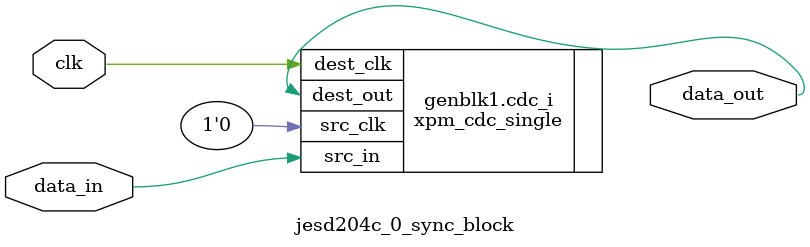
<source format=v>




`timescale 1ps / 1ps

//(* dont_touch = "yes" *)
module jesd204c_0_sync_block #(
  parameter TYPE_RST_NOT_DATA = 1'b0,   //Set to 0 for data synchronization and 1 for reset synchronization
  parameter RST_ACTIVE_HIGH   = 1'b1    //Set to 0 for active low reset, set to 1 for active high reset
)
(
  input        clk,              // clock to be sync'ed to
  input        data_in,          // Data to be 'synced'
  output       data_out          // synced data
);

  generate
  if (TYPE_RST_NOT_DATA == 0)
  begin
    xpm_cdc_single #(
      .DEST_SYNC_FF  (4), // Number of registers in the destination clock domain to account for MTBF
      .SRC_INPUT_REG (0)  // Determines whether there is an input register in src_clk domain.
                          // SRC_INPUT_REG = 0, input register is not present
    ) cdc_i  (
      .src_clk  (1'd0     ),
      .dest_clk (clk      ),
      .src_in   (data_in  ),
      .dest_out (data_out )
    );

  end
  else begin
    xpm_cdc_async_rst #(
      .DEST_SYNC_FF    (4),          // integer; range: 2-10
      .RST_ACTIVE_HIGH (RST_ACTIVE_HIGH[0]) // integer; 0=active low reset, 1=active high reset
    ) xpm_cdc_async_rst_inst (
      .src_arst  (data_in  ),
      .dest_clk  (clk      ),
      .dest_arst (data_out )
    );
  end
  endgenerate

endmodule

</source>
